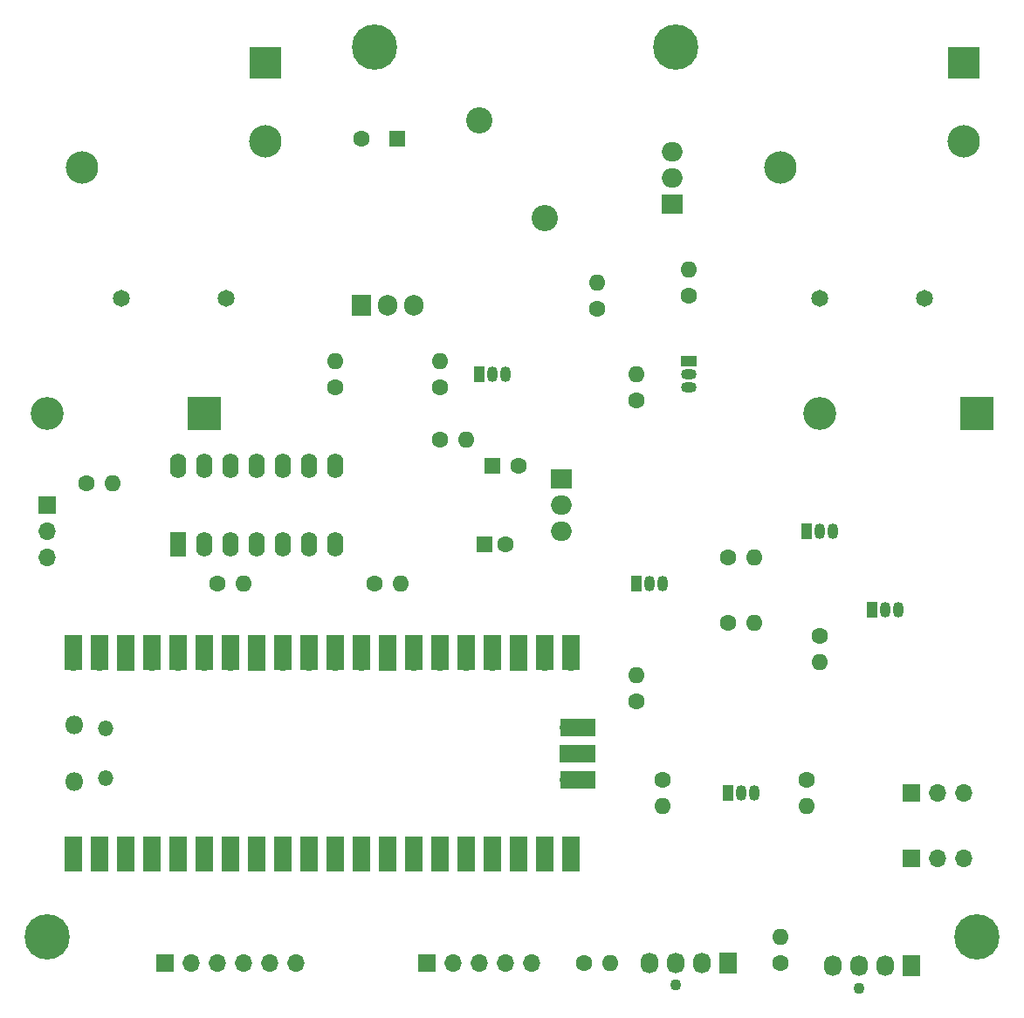
<source format=gbr>
%TF.GenerationSoftware,KiCad,Pcbnew,7.0.10*%
%TF.CreationDate,2024-07-20T16:55:23-06:00*%
%TF.ProjectId,Pressure-Controlled-Power-Outlet-control-PCB,50726573-7375-4726-952d-436f6e74726f,V1.2.3*%
%TF.SameCoordinates,Original*%
%TF.FileFunction,Soldermask,Top*%
%TF.FilePolarity,Negative*%
%FSLAX46Y46*%
G04 Gerber Fmt 4.6, Leading zero omitted, Abs format (unit mm)*
G04 Created by KiCad (PCBNEW 7.0.10) date 2024-07-20 16:55:23*
%MOMM*%
%LPD*%
G01*
G04 APERTURE LIST*
%ADD10R,3.200000X3.200000*%
%ADD11O,3.200000X3.200000*%
%ADD12R,1.500000X1.050000*%
%ADD13O,1.500000X1.050000*%
%ADD14R,1.050000X1.500000*%
%ADD15O,1.050000X1.500000*%
%ADD16C,1.600000*%
%ADD17O,1.600000X1.600000*%
%ADD18R,1.700000X1.700000*%
%ADD19O,1.700000X1.700000*%
%ADD20C,1.100000*%
%ADD21R,1.730000X2.030000*%
%ADD22O,1.730000X2.030000*%
%ADD23R,2.000000X1.905000*%
%ADD24O,2.000000X1.905000*%
%ADD25R,1.600000X1.600000*%
%ADD26R,1.905000X2.000000*%
%ADD27O,1.905000X2.000000*%
%ADD28R,3.150000X3.150000*%
%ADD29C,3.150000*%
%ADD30C,1.650000*%
%ADD31C,4.400000*%
%ADD32C,2.550000*%
%ADD33O,1.800000X1.800000*%
%ADD34O,1.500000X1.500000*%
%ADD35R,1.700000X3.500000*%
%ADD36R,3.500000X1.700000*%
%ADD37R,1.600000X2.400000*%
%ADD38O,1.600000X2.400000*%
G04 APERTURE END LIST*
D10*
%TO.C,D2*%
X181610000Y-96520000D03*
D11*
X166370000Y-96520000D03*
%TD*%
D10*
%TO.C,D1*%
X106680000Y-96520000D03*
D11*
X91440000Y-96520000D03*
%TD*%
D12*
%TO.C,Q1*%
X153670000Y-91440000D03*
D13*
X153670000Y-92710000D03*
X153670000Y-93980000D03*
%TD*%
D14*
%TO.C,Q7*%
X157480000Y-133350000D03*
D15*
X158750000Y-133350000D03*
X160020000Y-133350000D03*
%TD*%
D16*
%TO.C,R17*%
X148590000Y-124460000D03*
D17*
X148590000Y-121920000D03*
%TD*%
D16*
%TO.C,R16*%
X157480000Y-116840000D03*
D17*
X160020000Y-116840000D03*
%TD*%
D16*
%TO.C,R15*%
X162560000Y-149860000D03*
D17*
X162560000Y-147320000D03*
%TD*%
D16*
%TO.C,R14*%
X143510000Y-149860000D03*
D17*
X146050000Y-149860000D03*
%TD*%
D16*
%TO.C,R13*%
X151130000Y-132080000D03*
D17*
X151130000Y-134620000D03*
%TD*%
%TO.C,R12*%
X165100000Y-134620000D03*
D16*
X165100000Y-132080000D03*
%TD*%
D14*
%TO.C,Q8*%
X148590000Y-113030000D03*
D15*
X149860000Y-113030000D03*
X151130000Y-113030000D03*
%TD*%
D18*
%TO.C,J6*%
X175260000Y-139700000D03*
D19*
X177800000Y-139700000D03*
X180340000Y-139700000D03*
%TD*%
%TO.C,J5*%
X180340000Y-133350000D03*
X177800000Y-133350000D03*
D18*
X175260000Y-133350000D03*
%TD*%
%TO.C,J1*%
X91440000Y-105410000D03*
D19*
X91440000Y-107950000D03*
X91440000Y-110490000D03*
%TD*%
D16*
%TO.C,R11*%
X166370000Y-118110000D03*
D17*
X166370000Y-120650000D03*
%TD*%
D16*
%TO.C,R10*%
X157480000Y-110490000D03*
D17*
X160020000Y-110490000D03*
%TD*%
D14*
%TO.C,Q6*%
X171450000Y-115570000D03*
D15*
X172720000Y-115570000D03*
X173990000Y-115570000D03*
%TD*%
D14*
%TO.C,Q5*%
X165100000Y-107950000D03*
D15*
X166370000Y-107950000D03*
X167640000Y-107950000D03*
%TD*%
D20*
%TO.C,M1*%
X152400000Y-152020000D03*
D21*
X157480000Y-149860000D03*
D22*
X154940000Y-149860000D03*
X152400000Y-149860000D03*
X149860000Y-149860000D03*
%TD*%
D20*
%TO.C,M2*%
X170180000Y-152320000D03*
D21*
X175260000Y-150160000D03*
D22*
X172720000Y-150160000D03*
X170180000Y-150160000D03*
X167640000Y-150160000D03*
%TD*%
D23*
%TO.C,Q3*%
X152075000Y-76200000D03*
D24*
X152075000Y-73660000D03*
X152075000Y-71120000D03*
%TD*%
D25*
%TO.C,C2*%
X133890000Y-109220000D03*
D16*
X135890000Y-109220000D03*
%TD*%
D26*
%TO.C,Q2*%
X121920000Y-86035000D03*
D27*
X124460000Y-86035000D03*
X127000000Y-86035000D03*
%TD*%
D28*
%TO.C,K1*%
X112625000Y-62490000D03*
D29*
X112625000Y-70110000D03*
D30*
X108815000Y-85350000D03*
X98655000Y-85350000D03*
D29*
X94845000Y-72650000D03*
%TD*%
D16*
%TO.C,R3*%
X123190000Y-113030000D03*
D17*
X125730000Y-113030000D03*
%TD*%
D31*
%TO.C,H1*%
X181610000Y-147320000D03*
%TD*%
%TO.C,H2*%
X91440000Y-147320000D03*
%TD*%
D16*
%TO.C,R8*%
X129540000Y-99060000D03*
D17*
X132080000Y-99060000D03*
%TD*%
D16*
%TO.C,R9*%
X148590000Y-95250000D03*
D17*
X148590000Y-92710000D03*
%TD*%
D18*
%TO.C,J3*%
X128275000Y-149860000D03*
D19*
X130815000Y-149860000D03*
X133355000Y-149860000D03*
X135895000Y-149860000D03*
X138435000Y-149860000D03*
%TD*%
D16*
%TO.C,C3*%
X137160000Y-101600000D03*
D25*
X134660000Y-101600000D03*
%TD*%
D16*
%TO.C,R6*%
X153670000Y-85090000D03*
D17*
X153670000Y-82550000D03*
%TD*%
D23*
%TO.C,U3*%
X141295000Y-102870000D03*
D24*
X141295000Y-105410000D03*
X141295000Y-107950000D03*
%TD*%
D32*
%TO.C,J2*%
X139722500Y-77575000D03*
X133372500Y-68075000D03*
%TD*%
D31*
%TO.C,H4*%
X123190000Y-60960000D03*
%TD*%
D16*
%TO.C,R7*%
X129540000Y-93980000D03*
D17*
X129540000Y-91440000D03*
%TD*%
D25*
%TO.C,C1*%
X125420000Y-69850000D03*
D16*
X121920000Y-69850000D03*
%TD*%
D28*
%TO.C,K2*%
X180340000Y-62490000D03*
D29*
X180340000Y-70110000D03*
D30*
X176530000Y-85350000D03*
X166370000Y-85350000D03*
D29*
X162560000Y-72650000D03*
%TD*%
D33*
%TO.C,U1*%
X94110000Y-132265000D03*
D34*
X97140000Y-131965000D03*
X97140000Y-127115000D03*
D33*
X94110000Y-126815000D03*
D19*
X93980000Y-138430000D03*
D35*
X93980000Y-139330000D03*
D19*
X96520000Y-138430000D03*
D35*
X96520000Y-139330000D03*
D18*
X99060000Y-138430000D03*
D35*
X99060000Y-139330000D03*
D19*
X101600000Y-138430000D03*
D35*
X101600000Y-139330000D03*
D19*
X104140000Y-138430000D03*
D35*
X104140000Y-139330000D03*
D19*
X106680000Y-138430000D03*
D35*
X106680000Y-139330000D03*
D19*
X109220000Y-138430000D03*
D35*
X109220000Y-139330000D03*
D18*
X111760000Y-138430000D03*
D35*
X111760000Y-139330000D03*
D19*
X114300000Y-138430000D03*
D35*
X114300000Y-139330000D03*
D19*
X116840000Y-138430000D03*
D35*
X116840000Y-139330000D03*
D19*
X119380000Y-138430000D03*
D35*
X119380000Y-139330000D03*
D19*
X121920000Y-138430000D03*
D35*
X121920000Y-139330000D03*
D18*
X124460000Y-138430000D03*
D35*
X124460000Y-139330000D03*
D19*
X127000000Y-138430000D03*
D35*
X127000000Y-139330000D03*
D19*
X129540000Y-138430000D03*
D35*
X129540000Y-139330000D03*
D19*
X132080000Y-138430000D03*
D35*
X132080000Y-139330000D03*
D19*
X134620000Y-138430000D03*
D35*
X134620000Y-139330000D03*
D18*
X137160000Y-138430000D03*
D35*
X137160000Y-139330000D03*
D19*
X139700000Y-138430000D03*
D35*
X139700000Y-139330000D03*
D19*
X142240000Y-138430000D03*
D35*
X142240000Y-139330000D03*
D19*
X142240000Y-120650000D03*
D35*
X142240000Y-119750000D03*
D19*
X139700000Y-120650000D03*
D35*
X139700000Y-119750000D03*
D18*
X137160000Y-120650000D03*
D35*
X137160000Y-119750000D03*
D19*
X134620000Y-120650000D03*
D35*
X134620000Y-119750000D03*
D19*
X132080000Y-120650000D03*
D35*
X132080000Y-119750000D03*
D19*
X129540000Y-120650000D03*
D35*
X129540000Y-119750000D03*
D19*
X127000000Y-120650000D03*
D35*
X127000000Y-119750000D03*
D18*
X124460000Y-120650000D03*
D35*
X124460000Y-119750000D03*
D19*
X121920000Y-120650000D03*
D35*
X121920000Y-119750000D03*
D19*
X119380000Y-120650000D03*
D35*
X119380000Y-119750000D03*
D19*
X116840000Y-120650000D03*
D35*
X116840000Y-119750000D03*
D19*
X114300000Y-120650000D03*
D35*
X114300000Y-119750000D03*
D18*
X111760000Y-120650000D03*
D35*
X111760000Y-119750000D03*
D19*
X109220000Y-120650000D03*
D35*
X109220000Y-119750000D03*
D19*
X106680000Y-120650000D03*
D35*
X106680000Y-119750000D03*
D19*
X104140000Y-120650000D03*
D35*
X104140000Y-119750000D03*
D19*
X101600000Y-120650000D03*
D35*
X101600000Y-119750000D03*
D18*
X99060000Y-120650000D03*
D35*
X99060000Y-119750000D03*
D19*
X96520000Y-120650000D03*
D35*
X96520000Y-119750000D03*
D19*
X93980000Y-120650000D03*
D35*
X93980000Y-119750000D03*
D19*
X142010000Y-132080000D03*
D36*
X142910000Y-132080000D03*
D18*
X142010000Y-129540000D03*
D36*
X142910000Y-129540000D03*
D19*
X142010000Y-127000000D03*
D36*
X142910000Y-127000000D03*
%TD*%
D16*
%TO.C,R1*%
X95250000Y-103313652D03*
D17*
X97790000Y-103313652D03*
%TD*%
D31*
%TO.C,H3*%
X152400000Y-60960000D03*
%TD*%
D16*
%TO.C,R5*%
X144780000Y-86360000D03*
D17*
X144780000Y-83820000D03*
%TD*%
D37*
%TO.C,U2*%
X104135000Y-109235000D03*
D38*
X106675000Y-109235000D03*
X109215000Y-109235000D03*
X111755000Y-109235000D03*
X114295000Y-109235000D03*
X116835000Y-109235000D03*
X119375000Y-109235000D03*
X119375000Y-101615000D03*
X116835000Y-101615000D03*
X114295000Y-101615000D03*
X111755000Y-101615000D03*
X109215000Y-101615000D03*
X106675000Y-101615000D03*
X104135000Y-101615000D03*
%TD*%
D17*
%TO.C,R2*%
X110490000Y-113030000D03*
D16*
X107950000Y-113030000D03*
%TD*%
D15*
%TO.C,Q4*%
X135890000Y-92710000D03*
X134620000Y-92710000D03*
D14*
X133350000Y-92710000D03*
%TD*%
D16*
%TO.C,R4*%
X119380000Y-93980000D03*
D17*
X119380000Y-91440000D03*
%TD*%
D18*
%TO.C,J4*%
X102870000Y-149860000D03*
D19*
X105410000Y-149860000D03*
X107950000Y-149860000D03*
X110490000Y-149860000D03*
X113030000Y-149860000D03*
X115570000Y-149860000D03*
%TD*%
M02*

</source>
